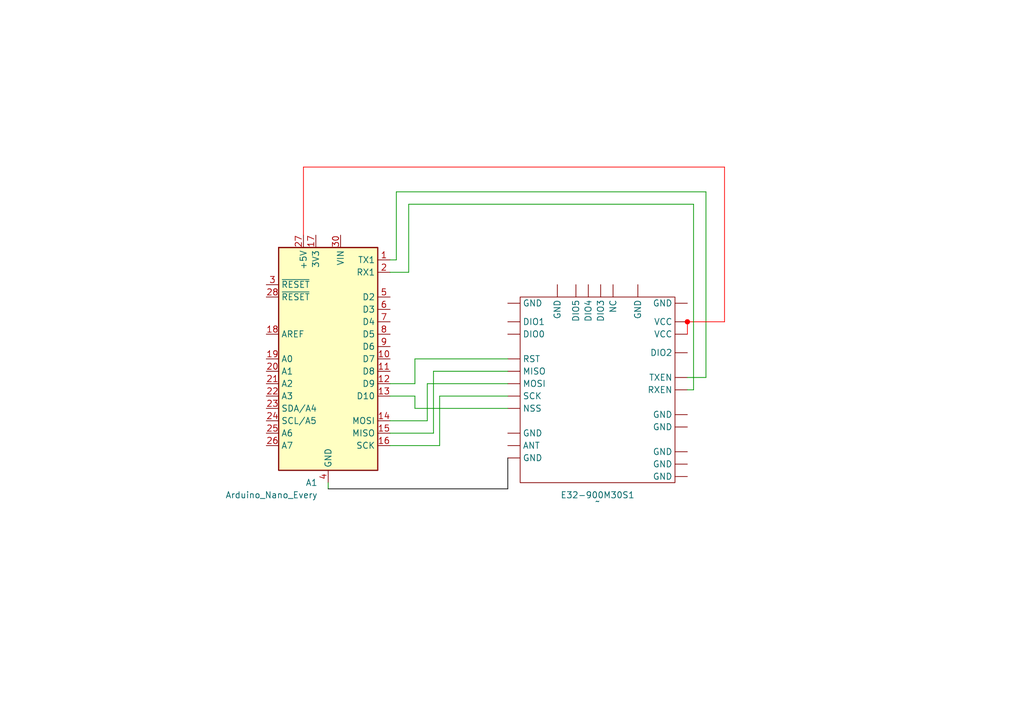
<source format=kicad_sch>
(kicad_sch (version 20250114) (generator "eeschema") (generator_version "9.0")
  (paper "A5")
  (lib_symbols
    (symbol "MCU_Module:Arduino_Nano_Every"
      (property "Reference" "A" (at -10.16 23.495 0))
      (property "Value" "Arduino_Nano_Every" (at 5.08 -24.13 0))
      (symbol "Arduino_Nano_Every_0_1"
        (rectangle (start -10.16 22.86) (end 10.16 -22.86) (stroke (width 0.254)) (fill (type background)))
      )
      (symbol "Arduino_Nano_Every_1_1"
        (pin bidirectional line (at -12.7 20.32 0) (length 2.54) (name "TX1") (number "1"))
        (pin bidirectional line (at -12.7 17.78 0) (length 2.54) (name "RX1") (number "2"))
        (pin bidirectional line (at -12.7 12.7 0) (length 2.54) (name "D2") (number "5"))
        (pin bidirectional line (at -12.7 10.16 0) (length 2.54) (name "D3") (number "6"))
        (pin bidirectional line (at -12.7 7.62 0) (length 2.54) (name "D4") (number "7"))
        (pin bidirectional line (at -12.7 5.08 0) (length 2.54) (name "D5") (number "8"))
        (pin bidirectional line (at -12.7 2.54 0) (length 2.54) (name "D6") (number "9"))
        (pin bidirectional line (at -12.7 0 0) (length 2.54) (name "D7") (number "10"))
        (pin bidirectional line (at -12.7 -2.54 0) (length 2.54) (name "D8") (number "11"))
        (pin bidirectional line (at -12.7 -5.08 0) (length 2.54) (name "D9") (number "12"))
        (pin bidirectional line (at -12.7 -7.62 0) (length 2.54) (name "D10") (number "13"))
        (pin bidirectional line (at -12.7 -12.7 0) (length 2.54) (name "MOSI") (number "14"))
        (pin bidirectional line (at -12.7 -15.24 0) (length 2.54) (name "MISO") (number "15"))
        (pin bidirectional line (at -12.7 -17.78 0) (length 2.54) (name "SCK") (number "16"))
        (pin power_in line (at -2.54 25.4 270) (length 2.54) (name "VIN") (number "30"))
        (pin passive line (at 0 -25.4 90) (length 2.54) (hide yes) (name "GND") (number "29"))
        (pin power_in line (at 0 -25.4 90) (length 2.54) (name "GND") (number "4"))
        (pin power_out line (at 2.54 25.4 270) (length 2.54) (name "3V3") (number "17"))
        (pin power_out line (at 5.08 25.4 270) (length 2.54) (name "+5V") (number "27"))
        (pin input line (at 12.7 15.24 180) (length 2.54) (name "~{RESET}") (number "3"))
        (pin input line (at 12.7 12.7 180) (length 2.54) (name "~{RESET}") (number "28"))
        (pin input line (at 12.7 5.08 180) (length 2.54) (name "AREF") (number "18"))
        (pin bidirectional line (at 12.7 0 180) (length 2.54) (name "A0") (number "19"))
        (pin bidirectional line (at 12.7 -2.54 180) (length 2.54) (name "A1") (number "20"))
        (pin bidirectional line (at 12.7 -5.08 180) (length 2.54) (name "A2") (number "21"))
        (pin bidirectional line (at 12.7 -7.62 180) (length 2.54) (name "A3") (number "22"))
        (pin bidirectional line (at 12.7 -10.16 180) (length 2.54) (name "SDA/A4") (number "23"))
        (pin bidirectional line (at 12.7 -12.7 180) (length 2.54) (name "SCL/A5") (number "24"))
        (pin bidirectional line (at 12.7 -15.24 180) (length 2.54) (name "A6") (number "25"))
        (pin bidirectional line (at 12.7 -17.78 180) (length 2.54) (name "A7") (number "26"))
      )
    )
    (symbol "New_Library:E32-900M30S"
      (property "Reference" "E32-900M30S" (at -1.778 -0.508 0))
      (symbol "E32-900M30S_0_1"
        (rectangle (start -17.78 19.05) (end 13.97 -19.05))
      )
      (symbol "E32-900M30S_1_1"
        (pin power_in line (at -20.32 17.78 0) (length 2.54) (name "GND") (number ""))
        (pin bidirectional line (at -20.32 13.97 0) (length 2.54) (name "DIO1") (number ""))
        (pin bidirectional line (at -20.32 11.43 0) (length 2.54) (name "DIO0") (number ""))
        (pin input line (at -20.32 6.35 0) (length 2.54) (name "RST") (number ""))
        (pin input line (at -20.32 3.81 0) (length 2.54) (name "MISO") (number ""))
        (pin output line (at -20.32 1.27 0) (length 2.54) (name "MOSI") (number ""))
        (pin input line (at -20.32 -1.27 0) (length 2.54) (name "SCK") (number ""))
        (pin input line (at -20.32 -3.81 0) (length 2.54) (name "NSS") (number ""))
        (pin power_in line (at -20.32 -8.89 0) (length 2.54) (name "GND") (number ""))
        (pin input line (at -20.32 -11.43 0) (length 2.54) (name "ANT") (number ""))
        (pin power_in line (at -20.32 -13.97 0) (length 2.54) (name "GND") (number ""))
        (pin power_in line (at -10.16 21.59 270) (length 2.54) (name "GND") (number ""))
        (pin bidirectional line (at -6.35 21.59 270) (length 2.54) (name "DIO5") (number ""))
        (pin bidirectional line (at -3.81 21.59 270) (length 2.54) (name "DIO4") (number ""))
        (pin bidirectional line (at -1.27 21.59 270) (length 2.54) (name "DIO3") (number ""))
        (pin free line (at 1.27 21.59 270) (length 2.54) (name "NC") (number ""))
        (pin power_in line (at 6.35 21.59 270) (length 2.54) (name "GND") (number ""))
        (pin power_in line (at 16.51 17.78 180) (length 2.54) (name "GND") (number ""))
        (pin power_in line (at 16.51 13.97 180) (length 2.54) (name "VCC") (number ""))
        (pin power_in line (at 16.51 11.43 180) (length 2.54) (name "VCC") (number ""))
        (pin bidirectional line (at 16.51 7.62 180) (length 2.54) (name "DIO2") (number ""))
        (pin bidirectional line (at 16.51 2.54 180) (length 2.54) (name "TXEN") (number ""))
        (pin bidirectional line (at 16.51 0 180) (length 2.54) (name "RXEN") (number ""))
        (pin power_in line (at 16.51 -5.08 180) (length 2.54) (name "GND") (number ""))
        (pin power_in line (at 16.51 -7.62 180) (length 2.54) (name "GND") (number ""))
        (pin power_in line (at 16.51 -12.7 180) (length 2.54) (name "GND") (number ""))
        (pin power_in line (at 16.51 -15.24 180) (length 2.54) (name "GND") (number ""))
        (pin power_in line (at 16.51 -17.78 180) (length 2.54) (name "GND") (number ""))
      )
    )
  )
  (junction (at 140.97 66.04) (color 255 0 0 1))
  (wire (pts (xy 85.09 83.82) (xy 104.14 83.82)))
  (wire (pts (xy 144.78 39.37) (xy 81.28 39.37)))
  (wire (pts (xy 62.23 34.29) (xy 148.59 34.29)) (stroke (width 0) (color 255 0 0 1)))
  (wire (pts (xy 80.01 55.88) (xy 83.82 55.88)))
  (wire (pts (xy 88.9 76.2) (xy 104.14 76.2)))
  (wire (pts (xy 144.78 77.47) (xy 144.78 39.37)))
  (wire (pts (xy 85.09 78.74) (xy 80.01 78.74)))
  (wire (pts (xy 88.9 88.9) (xy 88.9 76.2)))
  (wire (pts (xy 67.31 99.06) (xy 67.31 100.33)))
  (wire (pts (xy 80.01 53.34) (xy 81.28 53.34)))
  (wire (pts (xy 81.28 39.37) (xy 81.28 53.34)))
  (wire (pts (xy 85.09 81.28) (xy 85.09 83.82)))
  (wire (pts (xy 104.14 100.33) (xy 67.31 100.33)) (stroke (width 0) (color 0 0 0 1)))
  (wire (pts (xy 80.01 81.28) (xy 85.09 81.28)))
  (wire (pts (xy 87.63 78.74) (xy 104.14 78.74)))
  (wire (pts (xy 83.82 55.88) (xy 83.82 41.91)))
  (wire (pts (xy 140.97 66.04) (xy 148.59 66.04)) (stroke (width 0) (color 255 0 0 1)))
  (wire (pts (xy 80.01 86.36) (xy 87.63 86.36)))
  (wire (pts (xy 80.01 88.9) (xy 88.9 88.9)))
  (wire (pts (xy 90.17 81.28) (xy 104.14 81.28)))
  (wire (pts (xy 80.01 91.44) (xy 90.17 91.44)))
  (wire (pts (xy 140.97 77.47) (xy 144.78 77.47)))
  (wire (pts (xy 85.09 73.66) (xy 85.09 78.74)))
  (wire (pts (xy 104.14 73.66) (xy 85.09 73.66)))
  (wire (pts (xy 104.14 93.98) (xy 104.14 100.33)) (stroke (width 0) (color 0 0 0 1)))
  (wire (pts (xy 140.97 80.01) (xy 142.24 80.01)))
  (wire (pts (xy 142.24 41.91) (xy 142.24 80.01)))
  (wire (pts (xy 83.82 41.91) (xy 142.24 41.91)))
  (wire (pts (xy 62.23 48.26) (xy 62.23 34.29)) (stroke (width 0) (color 255 0 0 1)))
  (wire (pts (xy 90.17 91.44) (xy 90.17 81.28)))
  (wire (pts (xy 148.59 34.29) (xy 148.59 66.04)) (stroke (width 0) (color 255 0 0 1)))
  (wire (pts (xy 87.63 86.36) (xy 87.63 78.74)))
  (wire (pts (xy 140.97 66.04) (xy 140.97 68.58)) (stroke (width 0) (color 255 0 0 1)))
  (symbol (lib_id "MCU_Module:Arduino_Nano_Every") (at 67.31 73.66 0) (mirror y) (unit 1)
    (property "Reference" "A1" (at 65.1667 99.06 0) (effects (justify left)))
    (property "Value" "Arduino_Nano_Every" (at 65.1667 101.6 0) (effects (justify left)))
    (property "Footprint" "Module:Arduino_Nano" (effects (hide yes)))
    (property "Datasheet" "https://content.arduino.cc/assets/NANOEveryV3.0_sch.pdf" (effects (hide yes)))
    (property "Description" "Arduino Nano Every" (effects (hide yes)))
  )
  (symbol (lib_id "New_Library:E32-900M30S") (at 124.46 80.01 0) (unit 1)
    (property "Reference" "E32-900M30S1" (at 122.555 101.6 0))
    (property "Value" "~" (at 122.555 102.87 0))
  )
)
</source>
